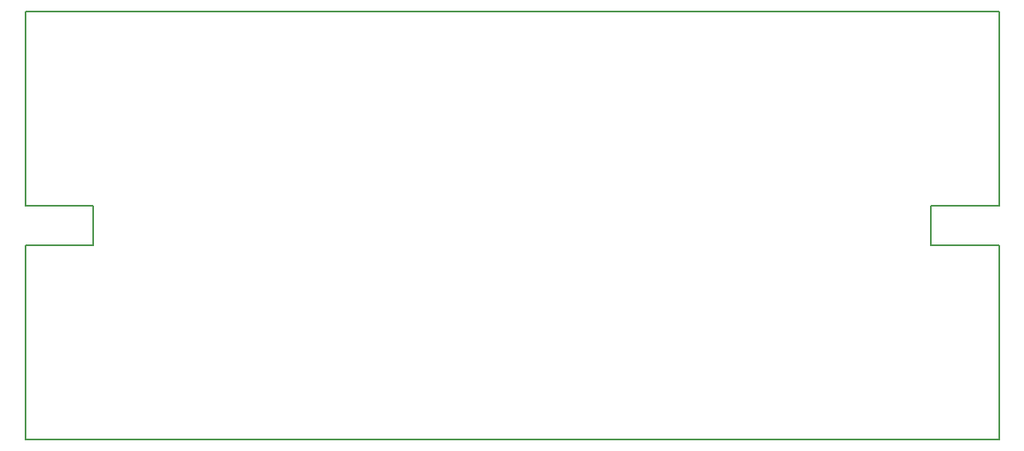
<source format=gko>
G04*
G04 #@! TF.GenerationSoftware,Altium Limited,Altium Designer,20.2.7 (254)*
G04*
G04 Layer_Color=16711935*
%FSLAX25Y25*%
%MOIN*%
G70*
G04*
G04 #@! TF.SameCoordinates,A70D1E75-91AA-4FD3-A19C-EF1787EBCA39*
G04*
G04*
G04 #@! TF.FilePolarity,Positive*
G04*
G01*
G75*
%ADD10C,0.00787*%
D10*
X366142Y78740D02*
Y94488D01*
Y78740D02*
X393701D01*
X366142Y94488D02*
X393701D01*
Y0D02*
Y78740D01*
Y94488D02*
Y173228D01*
X0Y94488D02*
Y173228D01*
Y0D02*
Y78740D01*
X-0Y173228D02*
X393701D01*
X0Y94488D02*
X27559D01*
Y78740D02*
Y94488D01*
X0Y78740D02*
X27559D01*
X0Y0D02*
X393701D01*
M02*

</source>
